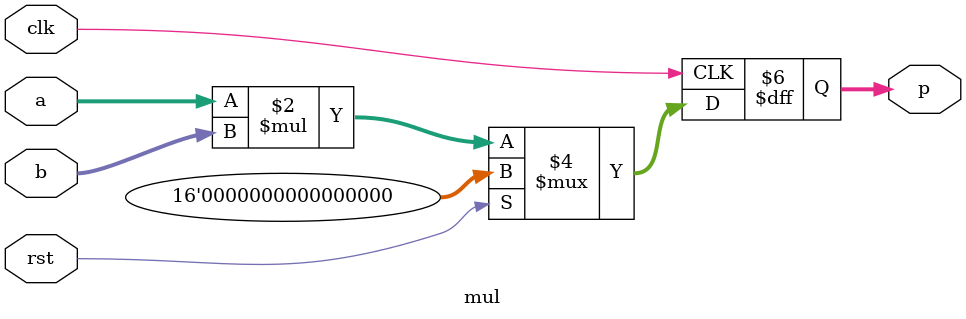
<source format=sv>
module mul (
    input                       clk,
    input                       rst,
    input           [ 7 : 0]    a,
    input           [ 7 : 0]    b,
    output  logic   [15 : 0]    p
);

    always @(posedge clk) begin
        if(rst) begin
            p <= 16'd0;
        end
        else begin
            p<= a * b;
        end
    end
    
endmodule
</source>
